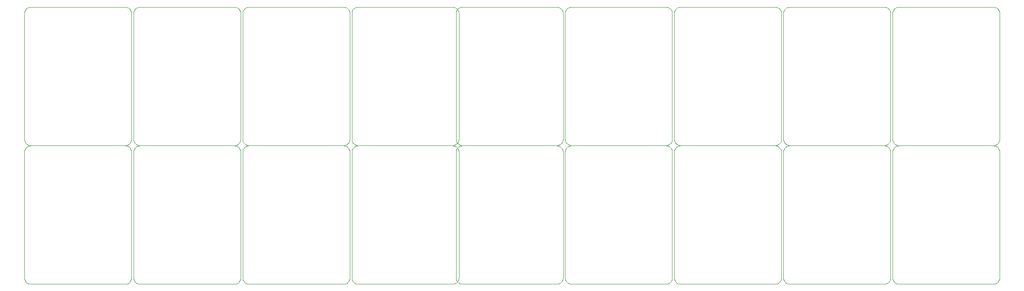
<source format=gko>
%MOIN*%
%OFA0B0*%
%FSLAX44Y44*%
%IPPOS*%
%LPD*%
%ADD10C,0*%
D10*
X00077346Y00094511D02*
X00077346Y00094511D01*
X00077424Y00094517D01*
X00077500Y00094536D01*
X00077573Y00094566D01*
X00077640Y00094607D01*
X00077700Y00094658D01*
X00077750Y00094717D01*
X00077791Y00094784D01*
X00077821Y00094857D01*
X00077840Y00094933D01*
X00077846Y00095011D01*
X00077846Y00105011D01*
X00077840Y00105090D01*
X00077821Y00105166D01*
X00077791Y00105238D01*
X00077750Y00105305D01*
X00077700Y00105365D01*
X00077640Y00105416D01*
X00077573Y00105457D01*
X00077500Y00105487D01*
X00077424Y00105505D01*
X00077346Y00105511D01*
X00069846Y00105511D01*
X00069768Y00105505D01*
X00069691Y00105487D01*
X00069619Y00105457D01*
X00069552Y00105416D01*
X00069492Y00105365D01*
X00069441Y00105305D01*
X00069400Y00105238D01*
X00069370Y00105166D01*
X00069352Y00105090D01*
X00069346Y00105011D01*
X00069346Y00095011D01*
X00069352Y00094933D01*
X00069370Y00094857D01*
X00069400Y00094784D01*
X00069441Y00094717D01*
X00069492Y00094658D01*
X00069552Y00094607D01*
X00069619Y00094566D01*
X00069691Y00094536D01*
X00069768Y00094517D01*
X00069846Y00094511D01*
X00077346Y00094511D01*
X00068685Y00094511D02*
X00068685Y00094511D01*
X00068763Y00094517D01*
X00068839Y00094536D01*
X00068912Y00094566D01*
X00068978Y00094607D01*
X00069038Y00094658D01*
X00069089Y00094717D01*
X00069130Y00094784D01*
X00069160Y00094857D01*
X00069178Y00094933D01*
X00069185Y00095011D01*
X00069185Y00105011D01*
X00069178Y00105090D01*
X00069160Y00105166D01*
X00069130Y00105238D01*
X00069089Y00105305D01*
X00069038Y00105365D01*
X00068978Y00105416D01*
X00068912Y00105457D01*
X00068839Y00105487D01*
X00068763Y00105505D01*
X00068685Y00105511D01*
X00061185Y00105511D01*
X00061106Y00105505D01*
X00061030Y00105487D01*
X00060958Y00105457D01*
X00060891Y00105416D01*
X00060831Y00105365D01*
X00060780Y00105305D01*
X00060739Y00105238D01*
X00060709Y00105166D01*
X00060691Y00105090D01*
X00060685Y00105011D01*
X00060685Y00095011D01*
X00060691Y00094933D01*
X00060709Y00094857D01*
X00060739Y00094784D01*
X00060780Y00094717D01*
X00060831Y00094658D01*
X00060891Y00094607D01*
X00060958Y00094566D01*
X00061030Y00094536D01*
X00061106Y00094517D01*
X00061185Y00094511D01*
X00068685Y00094511D01*
X00060023Y00094511D02*
X00060023Y00094511D01*
X00060101Y00094517D01*
X00060178Y00094536D01*
X00060250Y00094566D01*
X00060317Y00094607D01*
X00060377Y00094658D01*
X00060428Y00094717D01*
X00060469Y00094784D01*
X00060499Y00094857D01*
X00060517Y00094933D01*
X00060523Y00095011D01*
X00060523Y00105011D01*
X00060517Y00105090D01*
X00060499Y00105166D01*
X00060469Y00105238D01*
X00060428Y00105305D01*
X00060377Y00105365D01*
X00060317Y00105416D01*
X00060250Y00105457D01*
X00060178Y00105487D01*
X00060101Y00105505D01*
X00060023Y00105511D01*
X00052523Y00105511D01*
X00052445Y00105505D01*
X00052369Y00105487D01*
X00052296Y00105457D01*
X00052229Y00105416D01*
X00052170Y00105365D01*
X00052119Y00105305D01*
X00052078Y00105238D01*
X00052048Y00105166D01*
X00052029Y00105090D01*
X00052023Y00105011D01*
X00052023Y00095011D01*
X00052029Y00094933D01*
X00052048Y00094857D01*
X00052078Y00094784D01*
X00052119Y00094717D01*
X00052170Y00094658D01*
X00052229Y00094607D01*
X00052296Y00094566D01*
X00052369Y00094536D01*
X00052445Y00094517D01*
X00052523Y00094511D01*
X00060023Y00094511D01*
X00051362Y00094511D02*
X00051362Y00094511D01*
X00051440Y00094517D01*
X00051516Y00094536D01*
X00051589Y00094566D01*
X00051656Y00094607D01*
X00051715Y00094658D01*
X00051766Y00094717D01*
X00051807Y00094784D01*
X00051837Y00094857D01*
X00051856Y00094933D01*
X00051862Y00095011D01*
X00051862Y00105011D01*
X00051856Y00105090D01*
X00051837Y00105166D01*
X00051807Y00105238D01*
X00051766Y00105305D01*
X00051715Y00105365D01*
X00051656Y00105416D01*
X00051589Y00105457D01*
X00051516Y00105487D01*
X00051440Y00105505D01*
X00051362Y00105511D01*
X00043862Y00105511D01*
X00043783Y00105505D01*
X00043707Y00105487D01*
X00043635Y00105457D01*
X00043568Y00105416D01*
X00043508Y00105365D01*
X00043457Y00105305D01*
X00043416Y00105238D01*
X00043386Y00105166D01*
X00043368Y00105090D01*
X00043362Y00105011D01*
X00043362Y00095011D01*
X00043368Y00094933D01*
X00043386Y00094857D01*
X00043416Y00094784D01*
X00043457Y00094717D01*
X00043508Y00094658D01*
X00043568Y00094607D01*
X00043635Y00094566D01*
X00043707Y00094536D01*
X00043783Y00094517D01*
X00043862Y00094511D01*
X00051362Y00094511D01*
X00042700Y00094511D02*
X00042700Y00094511D01*
X00042779Y00094517D01*
X00042855Y00094536D01*
X00042927Y00094566D01*
X00042994Y00094607D01*
X00043054Y00094658D01*
X00043105Y00094717D01*
X00043146Y00094784D01*
X00043176Y00094857D01*
X00043194Y00094933D01*
X00043200Y00095011D01*
X00043200Y00105011D01*
X00043194Y00105090D01*
X00043176Y00105166D01*
X00043146Y00105238D01*
X00043105Y00105305D01*
X00043054Y00105365D01*
X00042994Y00105416D01*
X00042927Y00105457D01*
X00042855Y00105487D01*
X00042779Y00105505D01*
X00042700Y00105511D01*
X00035200Y00105511D01*
X00035122Y00105505D01*
X00035046Y00105487D01*
X00034973Y00105457D01*
X00034906Y00105416D01*
X00034847Y00105365D01*
X00034796Y00105305D01*
X00034755Y00105238D01*
X00034725Y00105166D01*
X00034706Y00105090D01*
X00034700Y00105011D01*
X00034700Y00095011D01*
X00034706Y00094933D01*
X00034725Y00094857D01*
X00034755Y00094784D01*
X00034796Y00094717D01*
X00034847Y00094658D01*
X00034906Y00094607D01*
X00034973Y00094566D01*
X00035046Y00094536D01*
X00035122Y00094517D01*
X00035200Y00094511D01*
X00042700Y00094511D01*
X00034433Y00094511D02*
X00034433Y00094511D01*
X00034511Y00094517D01*
X00034587Y00094536D01*
X00034660Y00094566D01*
X00034726Y00094607D01*
X00034786Y00094658D01*
X00034837Y00094717D01*
X00034878Y00094784D01*
X00034908Y00094857D01*
X00034926Y00094933D01*
X00034933Y00095011D01*
X00034933Y00105011D01*
X00034926Y00105090D01*
X00034908Y00105166D01*
X00034878Y00105238D01*
X00034837Y00105305D01*
X00034786Y00105365D01*
X00034726Y00105416D01*
X00034660Y00105457D01*
X00034587Y00105487D01*
X00034511Y00105505D01*
X00034433Y00105511D01*
X00026933Y00105511D01*
X00026854Y00105505D01*
X00026778Y00105487D01*
X00026706Y00105457D01*
X00026639Y00105416D01*
X00026579Y00105365D01*
X00026528Y00105305D01*
X00026487Y00105238D01*
X00026457Y00105166D01*
X00026439Y00105090D01*
X00026433Y00105011D01*
X00026433Y00095011D01*
X00026439Y00094933D01*
X00026457Y00094857D01*
X00026487Y00094784D01*
X00026528Y00094717D01*
X00026579Y00094658D01*
X00026639Y00094607D01*
X00026706Y00094566D01*
X00026778Y00094536D01*
X00026854Y00094517D01*
X00026933Y00094511D01*
X00034433Y00094511D01*
X00025771Y00094511D02*
X00025771Y00094511D01*
X00025849Y00094517D01*
X00025926Y00094536D01*
X00025998Y00094566D01*
X00026065Y00094607D01*
X00026125Y00094658D01*
X00026176Y00094717D01*
X00026217Y00094784D01*
X00026247Y00094857D01*
X00026265Y00094933D01*
X00026271Y00095011D01*
X00026271Y00105011D01*
X00026265Y00105090D01*
X00026247Y00105166D01*
X00026217Y00105238D01*
X00026176Y00105305D01*
X00026125Y00105365D01*
X00026065Y00105416D01*
X00025998Y00105457D01*
X00025926Y00105487D01*
X00025849Y00105505D01*
X00025771Y00105511D01*
X00018271Y00105511D01*
X00018193Y00105505D01*
X00018117Y00105487D01*
X00018044Y00105457D01*
X00017977Y00105416D01*
X00017918Y00105365D01*
X00017867Y00105305D01*
X00017826Y00105238D01*
X00017796Y00105166D01*
X00017777Y00105090D01*
X00017771Y00105011D01*
X00017771Y00095011D01*
X00017777Y00094933D01*
X00017796Y00094857D01*
X00017826Y00094784D01*
X00017867Y00094717D01*
X00017918Y00094658D01*
X00017977Y00094607D01*
X00018044Y00094566D01*
X00018117Y00094536D01*
X00018193Y00094517D01*
X00018271Y00094511D01*
X00025771Y00094511D01*
X00017110Y00094511D02*
X00017110Y00094511D01*
X00017188Y00094517D01*
X00017264Y00094536D01*
X00017337Y00094566D01*
X00017404Y00094607D01*
X00017463Y00094658D01*
X00017514Y00094717D01*
X00017555Y00094784D01*
X00017585Y00094857D01*
X00017604Y00094933D01*
X00017610Y00095011D01*
X00017610Y00105011D01*
X00017604Y00105090D01*
X00017585Y00105166D01*
X00017555Y00105238D01*
X00017514Y00105305D01*
X00017463Y00105365D01*
X00017404Y00105416D01*
X00017337Y00105457D01*
X00017264Y00105487D01*
X00017188Y00105505D01*
X00017110Y00105511D01*
X00009610Y00105511D01*
X00009532Y00105505D01*
X00009455Y00105487D01*
X00009383Y00105457D01*
X00009316Y00105416D01*
X00009256Y00105365D01*
X00009205Y00105305D01*
X00009164Y00105238D01*
X00009134Y00105166D01*
X00009116Y00105090D01*
X00009110Y00105011D01*
X00009110Y00095011D01*
X00009116Y00094933D01*
X00009134Y00094857D01*
X00009164Y00094784D01*
X00009205Y00094717D01*
X00009256Y00094658D01*
X00009316Y00094607D01*
X00009383Y00094566D01*
X00009455Y00094536D01*
X00009532Y00094517D01*
X00009610Y00094511D01*
X00017110Y00094511D01*
X00008448Y00094511D02*
X00008448Y00094511D01*
X00008527Y00094517D01*
X00008603Y00094536D01*
X00008675Y00094566D01*
X00008742Y00094607D01*
X00008802Y00094658D01*
X00008853Y00094717D01*
X00008894Y00094784D01*
X00008924Y00094857D01*
X00008942Y00094933D01*
X00008948Y00095011D01*
X00008948Y00105011D01*
X00008942Y00105090D01*
X00008924Y00105166D01*
X00008894Y00105238D01*
X00008853Y00105305D01*
X00008802Y00105365D01*
X00008742Y00105416D01*
X00008675Y00105457D01*
X00008603Y00105487D01*
X00008527Y00105505D01*
X00008448Y00105511D01*
X00000948Y00105511D01*
X00000870Y00105505D01*
X00000794Y00105487D01*
X00000721Y00105457D01*
X00000654Y00105416D01*
X00000595Y00105365D01*
X00000544Y00105305D01*
X00000503Y00105238D01*
X00000473Y00105166D01*
X00000454Y00105090D01*
X00000448Y00105011D01*
X00000448Y00095011D01*
X00000454Y00094933D01*
X00000473Y00094857D01*
X00000503Y00094784D01*
X00000544Y00094717D01*
X00000595Y00094658D01*
X00000654Y00094607D01*
X00000721Y00094566D01*
X00000794Y00094536D01*
X00000870Y00094517D01*
X00000948Y00094511D01*
X00008448Y00094511D01*
X00077346Y00105535D02*
X00077346Y00105535D01*
X00077424Y00105541D01*
X00077500Y00105559D01*
X00077573Y00105589D01*
X00077640Y00105630D01*
X00077700Y00105681D01*
X00077750Y00105741D01*
X00077791Y00105808D01*
X00077821Y00105880D01*
X00077840Y00105957D01*
X00077846Y00106035D01*
X00077846Y00116035D01*
X00077840Y00116113D01*
X00077821Y00116189D01*
X00077791Y00116262D01*
X00077750Y00116329D01*
X00077700Y00116388D01*
X00077640Y00116439D01*
X00077573Y00116480D01*
X00077500Y00116510D01*
X00077424Y00116529D01*
X00077346Y00116535D01*
X00069846Y00116535D01*
X00069768Y00116529D01*
X00069691Y00116510D01*
X00069619Y00116480D01*
X00069552Y00116439D01*
X00069492Y00116388D01*
X00069441Y00116329D01*
X00069400Y00116262D01*
X00069370Y00116189D01*
X00069352Y00116113D01*
X00069346Y00116035D01*
X00069346Y00106035D01*
X00069352Y00105957D01*
X00069370Y00105880D01*
X00069400Y00105808D01*
X00069441Y00105741D01*
X00069492Y00105681D01*
X00069552Y00105630D01*
X00069619Y00105589D01*
X00069691Y00105559D01*
X00069768Y00105541D01*
X00069846Y00105535D01*
X00077346Y00105535D01*
X00068685Y00105535D02*
X00068685Y00105535D01*
X00068763Y00105541D01*
X00068839Y00105559D01*
X00068912Y00105589D01*
X00068978Y00105630D01*
X00069038Y00105681D01*
X00069089Y00105741D01*
X00069130Y00105808D01*
X00069160Y00105880D01*
X00069178Y00105957D01*
X00069185Y00106035D01*
X00069185Y00116035D01*
X00069178Y00116113D01*
X00069160Y00116189D01*
X00069130Y00116262D01*
X00069089Y00116329D01*
X00069038Y00116388D01*
X00068978Y00116439D01*
X00068912Y00116480D01*
X00068839Y00116510D01*
X00068763Y00116529D01*
X00068685Y00116535D01*
X00061185Y00116535D01*
X00061106Y00116529D01*
X00061030Y00116510D01*
X00060958Y00116480D01*
X00060891Y00116439D01*
X00060831Y00116388D01*
X00060780Y00116329D01*
X00060739Y00116262D01*
X00060709Y00116189D01*
X00060691Y00116113D01*
X00060685Y00116035D01*
X00060685Y00106035D01*
X00060691Y00105957D01*
X00060709Y00105880D01*
X00060739Y00105808D01*
X00060780Y00105741D01*
X00060831Y00105681D01*
X00060891Y00105630D01*
X00060958Y00105589D01*
X00061030Y00105559D01*
X00061106Y00105541D01*
X00061185Y00105535D01*
X00068685Y00105535D01*
X00060023Y00105535D02*
X00060023Y00105535D01*
X00060101Y00105541D01*
X00060178Y00105559D01*
X00060250Y00105589D01*
X00060317Y00105630D01*
X00060377Y00105681D01*
X00060428Y00105741D01*
X00060469Y00105808D01*
X00060499Y00105880D01*
X00060517Y00105957D01*
X00060523Y00106035D01*
X00060523Y00116035D01*
X00060517Y00116113D01*
X00060499Y00116189D01*
X00060469Y00116262D01*
X00060428Y00116329D01*
X00060377Y00116388D01*
X00060317Y00116439D01*
X00060250Y00116480D01*
X00060178Y00116510D01*
X00060101Y00116529D01*
X00060023Y00116535D01*
X00052523Y00116535D01*
X00052445Y00116529D01*
X00052369Y00116510D01*
X00052296Y00116480D01*
X00052229Y00116439D01*
X00052170Y00116388D01*
X00052119Y00116329D01*
X00052078Y00116262D01*
X00052048Y00116189D01*
X00052029Y00116113D01*
X00052023Y00116035D01*
X00052023Y00106035D01*
X00052029Y00105957D01*
X00052048Y00105880D01*
X00052078Y00105808D01*
X00052119Y00105741D01*
X00052170Y00105681D01*
X00052229Y00105630D01*
X00052296Y00105589D01*
X00052369Y00105559D01*
X00052445Y00105541D01*
X00052523Y00105535D01*
X00060023Y00105535D01*
X00051362Y00105535D02*
X00051362Y00105535D01*
X00051440Y00105541D01*
X00051516Y00105559D01*
X00051589Y00105589D01*
X00051656Y00105630D01*
X00051715Y00105681D01*
X00051766Y00105741D01*
X00051807Y00105808D01*
X00051837Y00105880D01*
X00051856Y00105957D01*
X00051862Y00106035D01*
X00051862Y00116035D01*
X00051856Y00116113D01*
X00051837Y00116189D01*
X00051807Y00116262D01*
X00051766Y00116329D01*
X00051715Y00116388D01*
X00051656Y00116439D01*
X00051589Y00116480D01*
X00051516Y00116510D01*
X00051440Y00116529D01*
X00051362Y00116535D01*
X00043862Y00116535D01*
X00043783Y00116529D01*
X00043707Y00116510D01*
X00043635Y00116480D01*
X00043568Y00116439D01*
X00043508Y00116388D01*
X00043457Y00116329D01*
X00043416Y00116262D01*
X00043386Y00116189D01*
X00043368Y00116113D01*
X00043362Y00116035D01*
X00043362Y00106035D01*
X00043368Y00105957D01*
X00043386Y00105880D01*
X00043416Y00105808D01*
X00043457Y00105741D01*
X00043508Y00105681D01*
X00043568Y00105630D01*
X00043635Y00105589D01*
X00043707Y00105559D01*
X00043783Y00105541D01*
X00043862Y00105535D01*
X00051362Y00105535D01*
X00042700Y00105535D02*
X00042700Y00105535D01*
X00042779Y00105541D01*
X00042855Y00105559D01*
X00042927Y00105589D01*
X00042994Y00105630D01*
X00043054Y00105681D01*
X00043105Y00105741D01*
X00043146Y00105808D01*
X00043176Y00105880D01*
X00043194Y00105957D01*
X00043200Y00106035D01*
X00043200Y00116035D01*
X00043194Y00116113D01*
X00043176Y00116189D01*
X00043146Y00116262D01*
X00043105Y00116329D01*
X00043054Y00116388D01*
X00042994Y00116439D01*
X00042927Y00116480D01*
X00042855Y00116510D01*
X00042779Y00116529D01*
X00042700Y00116535D01*
X00035200Y00116535D01*
X00035122Y00116529D01*
X00035046Y00116510D01*
X00034973Y00116480D01*
X00034906Y00116439D01*
X00034847Y00116388D01*
X00034796Y00116329D01*
X00034755Y00116262D01*
X00034725Y00116189D01*
X00034706Y00116113D01*
X00034700Y00116035D01*
X00034700Y00106035D01*
X00034706Y00105957D01*
X00034725Y00105880D01*
X00034755Y00105808D01*
X00034796Y00105741D01*
X00034847Y00105681D01*
X00034906Y00105630D01*
X00034973Y00105589D01*
X00035046Y00105559D01*
X00035122Y00105541D01*
X00035200Y00105535D01*
X00042700Y00105535D01*
X00034433Y00105535D02*
X00034433Y00105535D01*
X00034511Y00105541D01*
X00034587Y00105559D01*
X00034660Y00105589D01*
X00034726Y00105630D01*
X00034786Y00105681D01*
X00034837Y00105741D01*
X00034878Y00105808D01*
X00034908Y00105880D01*
X00034926Y00105957D01*
X00034933Y00106035D01*
X00034933Y00116035D01*
X00034926Y00116113D01*
X00034908Y00116189D01*
X00034878Y00116262D01*
X00034837Y00116329D01*
X00034786Y00116388D01*
X00034726Y00116439D01*
X00034660Y00116480D01*
X00034587Y00116510D01*
X00034511Y00116529D01*
X00034433Y00116535D01*
X00026933Y00116535D01*
X00026854Y00116529D01*
X00026778Y00116510D01*
X00026706Y00116480D01*
X00026639Y00116439D01*
X00026579Y00116388D01*
X00026528Y00116329D01*
X00026487Y00116262D01*
X00026457Y00116189D01*
X00026439Y00116113D01*
X00026433Y00116035D01*
X00026433Y00106035D01*
X00026439Y00105957D01*
X00026457Y00105880D01*
X00026487Y00105808D01*
X00026528Y00105741D01*
X00026579Y00105681D01*
X00026639Y00105630D01*
X00026706Y00105589D01*
X00026778Y00105559D01*
X00026854Y00105541D01*
X00026933Y00105535D01*
X00034433Y00105535D01*
X00025771Y00105535D02*
X00025771Y00105535D01*
X00025849Y00105541D01*
X00025926Y00105559D01*
X00025998Y00105589D01*
X00026065Y00105630D01*
X00026125Y00105681D01*
X00026176Y00105741D01*
X00026217Y00105808D01*
X00026247Y00105880D01*
X00026265Y00105957D01*
X00026271Y00106035D01*
X00026271Y00116035D01*
X00026265Y00116113D01*
X00026247Y00116189D01*
X00026217Y00116262D01*
X00026176Y00116329D01*
X00026125Y00116388D01*
X00026065Y00116439D01*
X00025998Y00116480D01*
X00025926Y00116510D01*
X00025849Y00116529D01*
X00025771Y00116535D01*
X00018271Y00116535D01*
X00018193Y00116529D01*
X00018117Y00116510D01*
X00018044Y00116480D01*
X00017977Y00116439D01*
X00017918Y00116388D01*
X00017867Y00116329D01*
X00017826Y00116262D01*
X00017796Y00116189D01*
X00017777Y00116113D01*
X00017771Y00116035D01*
X00017771Y00106035D01*
X00017777Y00105957D01*
X00017796Y00105880D01*
X00017826Y00105808D01*
X00017867Y00105741D01*
X00017918Y00105681D01*
X00017977Y00105630D01*
X00018044Y00105589D01*
X00018117Y00105559D01*
X00018193Y00105541D01*
X00018271Y00105535D01*
X00025771Y00105535D01*
X00017110Y00105535D02*
X00017110Y00105535D01*
X00017188Y00105541D01*
X00017264Y00105559D01*
X00017337Y00105589D01*
X00017404Y00105630D01*
X00017463Y00105681D01*
X00017514Y00105741D01*
X00017555Y00105808D01*
X00017585Y00105880D01*
X00017604Y00105957D01*
X00017610Y00106035D01*
X00017610Y00116035D01*
X00017604Y00116113D01*
X00017585Y00116189D01*
X00017555Y00116262D01*
X00017514Y00116329D01*
X00017463Y00116388D01*
X00017404Y00116439D01*
X00017337Y00116480D01*
X00017264Y00116510D01*
X00017188Y00116529D01*
X00017110Y00116535D01*
X00009610Y00116535D01*
X00009532Y00116529D01*
X00009455Y00116510D01*
X00009383Y00116480D01*
X00009316Y00116439D01*
X00009256Y00116388D01*
X00009205Y00116329D01*
X00009164Y00116262D01*
X00009134Y00116189D01*
X00009116Y00116113D01*
X00009110Y00116035D01*
X00009110Y00106035D01*
X00009116Y00105957D01*
X00009134Y00105880D01*
X00009164Y00105808D01*
X00009205Y00105741D01*
X00009256Y00105681D01*
X00009316Y00105630D01*
X00009383Y00105589D01*
X00009455Y00105559D01*
X00009532Y00105541D01*
X00009610Y00105535D01*
X00017110Y00105535D01*
X00008448Y00105535D02*
X00008448Y00105535D01*
X00008527Y00105541D01*
X00008603Y00105559D01*
X00008675Y00105589D01*
X00008742Y00105630D01*
X00008802Y00105681D01*
X00008853Y00105741D01*
X00008894Y00105808D01*
X00008924Y00105880D01*
X00008942Y00105957D01*
X00008948Y00106035D01*
X00008948Y00116035D01*
X00008942Y00116113D01*
X00008924Y00116189D01*
X00008894Y00116262D01*
X00008853Y00116329D01*
X00008802Y00116388D01*
X00008742Y00116439D01*
X00008675Y00116480D01*
X00008603Y00116510D01*
X00008527Y00116529D01*
X00008448Y00116535D01*
X00000948Y00116535D01*
X00000870Y00116529D01*
X00000794Y00116510D01*
X00000721Y00116480D01*
X00000654Y00116439D01*
X00000595Y00116388D01*
X00000544Y00116329D01*
X00000503Y00116262D01*
X00000473Y00116189D01*
X00000454Y00116113D01*
X00000448Y00116035D01*
X00000448Y00106035D01*
X00000454Y00105957D01*
X00000473Y00105880D01*
X00000503Y00105808D01*
X00000544Y00105741D01*
X00000595Y00105681D01*
X00000654Y00105630D01*
X00000721Y00105589D01*
X00000794Y00105559D01*
X00000870Y00105541D01*
X00000948Y00105535D01*
X00008448Y00105535D01*
M02*
</source>
